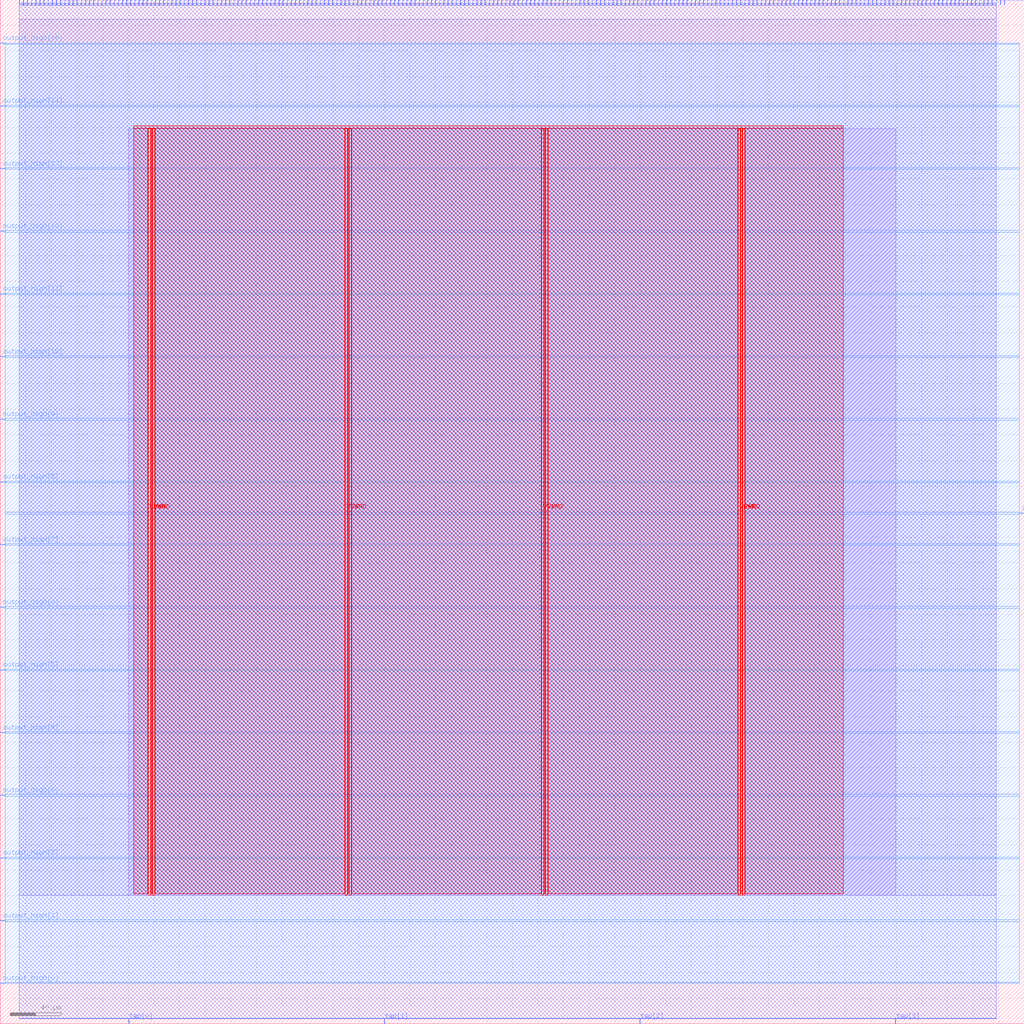
<source format=lef>
VERSION 5.7 ;
  NOWIREEXTENSIONATPIN ON ;
  DIVIDERCHAR "/" ;
  BUSBITCHARS "[]" ;
MACRO highpass
  CLASS BLOCK ;
  FOREIGN highpass ;
  ORIGIN 0.000 0.000 ;
  SIZE 800.000 BY 800.000 ;
  PIN VGND
    DIRECTION INOUT ;
    USE GROUND ;
    PORT
      LAYER met4 ;
        RECT 119.100 100.400 120.700 699.280 ;
    END
    PORT
      LAYER met4 ;
        RECT 272.700 100.400 274.300 699.280 ;
    END
    PORT
      LAYER met4 ;
        RECT 426.300 100.400 427.900 699.280 ;
    END
    PORT
      LAYER met4 ;
        RECT 579.900 100.400 581.500 699.280 ;
    END
  END VGND
  PIN VPWR
    DIRECTION INOUT ;
    USE POWER ;
    PORT
      LAYER met4 ;
        RECT 115.800 100.400 117.400 699.280 ;
    END
    PORT
      LAYER met4 ;
        RECT 269.400 100.400 271.000 699.280 ;
    END
    PORT
      LAYER met4 ;
        RECT 423.000 100.400 424.600 699.280 ;
    END
    PORT
      LAYER met4 ;
        RECT 576.600 100.400 578.200 699.280 ;
    END
  END VPWR
  PIN clk
    DIRECTION INPUT ;
    USE SIGNAL ;
    ANTENNAGATEAREA 0.852000 ;
    ANTENNADIFFAREA 0.434700 ;
    PORT
      LAYER met3 ;
        RECT 796.000 398.520 800.000 399.120 ;
    END
  END clk
  PIN input_data[0]
    DIRECTION INPUT ;
    USE SIGNAL ;
    ANTENNAGATEAREA 0.247500 ;
    ANTENNADIFFAREA 0.434700 ;
    PORT
      LAYER met2 ;
        RECT 14.810 796.000 15.090 800.000 ;
    END
  END input_data[0]
  PIN input_data[100]
    DIRECTION INPUT ;
    USE SIGNAL ;
    ANTENNAGATEAREA 0.213000 ;
    ANTENNADIFFAREA 0.434700 ;
    PORT
      LAYER met2 ;
        RECT 336.810 796.000 337.090 800.000 ;
    END
  END input_data[100]
  PIN input_data[101]
    DIRECTION INPUT ;
    USE SIGNAL ;
    ANTENNAGATEAREA 0.213000 ;
    ANTENNADIFFAREA 0.434700 ;
    PORT
      LAYER met2 ;
        RECT 340.030 796.000 340.310 800.000 ;
    END
  END input_data[101]
  PIN input_data[102]
    DIRECTION INPUT ;
    USE SIGNAL ;
    ANTENNAGATEAREA 0.196500 ;
    ANTENNADIFFAREA 0.434700 ;
    PORT
      LAYER met2 ;
        RECT 343.250 796.000 343.530 800.000 ;
    END
  END input_data[102]
  PIN input_data[103]
    DIRECTION INPUT ;
    USE SIGNAL ;
    ANTENNAGATEAREA 0.196500 ;
    ANTENNADIFFAREA 0.434700 ;
    PORT
      LAYER met2 ;
        RECT 346.470 796.000 346.750 800.000 ;
    END
  END input_data[103]
  PIN input_data[104]
    DIRECTION INPUT ;
    USE SIGNAL ;
    ANTENNAGATEAREA 0.196500 ;
    ANTENNADIFFAREA 0.434700 ;
    PORT
      LAYER met2 ;
        RECT 349.690 796.000 349.970 800.000 ;
    END
  END input_data[104]
  PIN input_data[105]
    DIRECTION INPUT ;
    USE SIGNAL ;
    ANTENNAGATEAREA 0.196500 ;
    ANTENNADIFFAREA 0.434700 ;
    PORT
      LAYER met2 ;
        RECT 352.910 796.000 353.190 800.000 ;
    END
  END input_data[105]
  PIN input_data[106]
    DIRECTION INPUT ;
    USE SIGNAL ;
    ANTENNAGATEAREA 0.196500 ;
    ANTENNADIFFAREA 0.434700 ;
    PORT
      LAYER met2 ;
        RECT 356.130 796.000 356.410 800.000 ;
    END
  END input_data[106]
  PIN input_data[107]
    DIRECTION INPUT ;
    USE SIGNAL ;
    ANTENNAGATEAREA 0.196500 ;
    ANTENNADIFFAREA 0.434700 ;
    PORT
      LAYER met2 ;
        RECT 359.350 796.000 359.630 800.000 ;
    END
  END input_data[107]
  PIN input_data[108]
    DIRECTION INPUT ;
    USE SIGNAL ;
    ANTENNAGATEAREA 0.213000 ;
    ANTENNADIFFAREA 0.434700 ;
    PORT
      LAYER met2 ;
        RECT 362.570 796.000 362.850 800.000 ;
    END
  END input_data[108]
  PIN input_data[109]
    DIRECTION INPUT ;
    USE SIGNAL ;
    ANTENNAGATEAREA 0.196500 ;
    ANTENNADIFFAREA 0.434700 ;
    PORT
      LAYER met2 ;
        RECT 365.790 796.000 366.070 800.000 ;
    END
  END input_data[109]
  PIN input_data[10]
    DIRECTION INPUT ;
    USE SIGNAL ;
    ANTENNAGATEAREA 0.426000 ;
    ANTENNADIFFAREA 0.434700 ;
    PORT
      LAYER met2 ;
        RECT 47.010 796.000 47.290 800.000 ;
    END
  END input_data[10]
  PIN input_data[110]
    DIRECTION INPUT ;
    USE SIGNAL ;
    ANTENNAGATEAREA 0.126000 ;
    ANTENNADIFFAREA 0.434700 ;
    PORT
      LAYER met2 ;
        RECT 369.010 796.000 369.290 800.000 ;
    END
  END input_data[110]
  PIN input_data[111]
    DIRECTION INPUT ;
    USE SIGNAL ;
    ANTENNAGATEAREA 0.196500 ;
    ANTENNADIFFAREA 0.434700 ;
    PORT
      LAYER met2 ;
        RECT 372.230 796.000 372.510 800.000 ;
    END
  END input_data[111]
  PIN input_data[112]
    DIRECTION INPUT ;
    USE SIGNAL ;
    ANTENNAGATEAREA 0.213000 ;
    ANTENNADIFFAREA 0.434700 ;
    PORT
      LAYER met2 ;
        RECT 375.450 796.000 375.730 800.000 ;
    END
  END input_data[112]
  PIN input_data[113]
    DIRECTION INPUT ;
    USE SIGNAL ;
    ANTENNAGATEAREA 0.213000 ;
    ANTENNADIFFAREA 0.434700 ;
    PORT
      LAYER met2 ;
        RECT 378.670 796.000 378.950 800.000 ;
    END
  END input_data[113]
  PIN input_data[114]
    DIRECTION INPUT ;
    USE SIGNAL ;
    ANTENNAGATEAREA 0.213000 ;
    ANTENNADIFFAREA 0.434700 ;
    PORT
      LAYER met2 ;
        RECT 381.890 796.000 382.170 800.000 ;
    END
  END input_data[114]
  PIN input_data[115]
    DIRECTION INPUT ;
    USE SIGNAL ;
    ANTENNAGATEAREA 0.213000 ;
    ANTENNADIFFAREA 0.434700 ;
    PORT
      LAYER met2 ;
        RECT 385.110 796.000 385.390 800.000 ;
    END
  END input_data[115]
  PIN input_data[116]
    DIRECTION INPUT ;
    USE SIGNAL ;
    ANTENNAGATEAREA 0.196500 ;
    ANTENNADIFFAREA 0.434700 ;
    PORT
      LAYER met2 ;
        RECT 388.330 796.000 388.610 800.000 ;
    END
  END input_data[116]
  PIN input_data[117]
    DIRECTION INPUT ;
    USE SIGNAL ;
    ANTENNAGATEAREA 0.196500 ;
    ANTENNADIFFAREA 0.434700 ;
    PORT
      LAYER met2 ;
        RECT 391.550 796.000 391.830 800.000 ;
    END
  END input_data[117]
  PIN input_data[118]
    DIRECTION INPUT ;
    USE SIGNAL ;
    ANTENNAGATEAREA 0.196500 ;
    ANTENNADIFFAREA 0.434700 ;
    PORT
      LAYER met2 ;
        RECT 394.770 796.000 395.050 800.000 ;
    END
  END input_data[118]
  PIN input_data[119]
    DIRECTION INPUT ;
    USE SIGNAL ;
    ANTENNAGATEAREA 0.196500 ;
    ANTENNADIFFAREA 0.434700 ;
    PORT
      LAYER met2 ;
        RECT 397.990 796.000 398.270 800.000 ;
    END
  END input_data[119]
  PIN input_data[11]
    DIRECTION INPUT ;
    USE SIGNAL ;
    ANTENNAGATEAREA 0.213000 ;
    ANTENNADIFFAREA 0.434700 ;
    PORT
      LAYER met2 ;
        RECT 50.230 796.000 50.510 800.000 ;
    END
  END input_data[11]
  PIN input_data[120]
    DIRECTION INPUT ;
    USE SIGNAL ;
    ANTENNAGATEAREA 0.213000 ;
    ANTENNADIFFAREA 0.434700 ;
    PORT
      LAYER met2 ;
        RECT 401.210 796.000 401.490 800.000 ;
    END
  END input_data[120]
  PIN input_data[121]
    DIRECTION INPUT ;
    USE SIGNAL ;
    ANTENNAGATEAREA 0.126000 ;
    ANTENNADIFFAREA 0.434700 ;
    PORT
      LAYER met2 ;
        RECT 404.430 796.000 404.710 800.000 ;
    END
  END input_data[121]
  PIN input_data[122]
    DIRECTION INPUT ;
    USE SIGNAL ;
    ANTENNAGATEAREA 0.159000 ;
    ANTENNADIFFAREA 0.434700 ;
    PORT
      LAYER met2 ;
        RECT 407.650 796.000 407.930 800.000 ;
    END
  END input_data[122]
  PIN input_data[123]
    DIRECTION INPUT ;
    USE SIGNAL ;
    ANTENNAGATEAREA 0.159000 ;
    ANTENNADIFFAREA 0.434700 ;
    PORT
      LAYER met2 ;
        RECT 410.870 796.000 411.150 800.000 ;
    END
  END input_data[123]
  PIN input_data[124]
    DIRECTION INPUT ;
    USE SIGNAL ;
    ANTENNAGATEAREA 0.213000 ;
    ANTENNADIFFAREA 0.434700 ;
    PORT
      LAYER met2 ;
        RECT 414.090 796.000 414.370 800.000 ;
    END
  END input_data[124]
  PIN input_data[125]
    DIRECTION INPUT ;
    USE SIGNAL ;
    ANTENNAGATEAREA 0.196500 ;
    ANTENNADIFFAREA 0.434700 ;
    PORT
      LAYER met2 ;
        RECT 417.310 796.000 417.590 800.000 ;
    END
  END input_data[125]
  PIN input_data[126]
    DIRECTION INPUT ;
    USE SIGNAL ;
    ANTENNAGATEAREA 0.196500 ;
    ANTENNADIFFAREA 0.434700 ;
    PORT
      LAYER met2 ;
        RECT 420.530 796.000 420.810 800.000 ;
    END
  END input_data[126]
  PIN input_data[127]
    DIRECTION INPUT ;
    USE SIGNAL ;
    PORT
      LAYER met2 ;
        RECT 423.750 796.000 424.030 800.000 ;
    END
  END input_data[127]
  PIN input_data[128]
    DIRECTION INPUT ;
    USE SIGNAL ;
    ANTENNAGATEAREA 0.213000 ;
    ANTENNADIFFAREA 0.434700 ;
    PORT
      LAYER met2 ;
        RECT 426.970 796.000 427.250 800.000 ;
    END
  END input_data[128]
  PIN input_data[129]
    DIRECTION INPUT ;
    USE SIGNAL ;
    ANTENNAGATEAREA 0.213000 ;
    ANTENNADIFFAREA 0.434700 ;
    PORT
      LAYER met2 ;
        RECT 430.190 796.000 430.470 800.000 ;
    END
  END input_data[129]
  PIN input_data[12]
    DIRECTION INPUT ;
    USE SIGNAL ;
    ANTENNAGATEAREA 0.742500 ;
    ANTENNADIFFAREA 0.434700 ;
    PORT
      LAYER met2 ;
        RECT 53.450 796.000 53.730 800.000 ;
    END
  END input_data[12]
  PIN input_data[130]
    DIRECTION INPUT ;
    USE SIGNAL ;
    ANTENNAGATEAREA 0.159000 ;
    ANTENNADIFFAREA 0.434700 ;
    PORT
      LAYER met2 ;
        RECT 433.410 796.000 433.690 800.000 ;
    END
  END input_data[130]
  PIN input_data[131]
    DIRECTION INPUT ;
    USE SIGNAL ;
    ANTENNAGATEAREA 0.159000 ;
    ANTENNADIFFAREA 0.434700 ;
    PORT
      LAYER met2 ;
        RECT 436.630 796.000 436.910 800.000 ;
    END
  END input_data[131]
  PIN input_data[132]
    DIRECTION INPUT ;
    USE SIGNAL ;
    ANTENNAGATEAREA 0.213000 ;
    ANTENNADIFFAREA 0.434700 ;
    PORT
      LAYER met2 ;
        RECT 439.850 796.000 440.130 800.000 ;
    END
  END input_data[132]
  PIN input_data[133]
    DIRECTION INPUT ;
    USE SIGNAL ;
    ANTENNAGATEAREA 0.213000 ;
    ANTENNADIFFAREA 0.434700 ;
    PORT
      LAYER met2 ;
        RECT 443.070 796.000 443.350 800.000 ;
    END
  END input_data[133]
  PIN input_data[134]
    DIRECTION INPUT ;
    USE SIGNAL ;
    ANTENNAGATEAREA 0.213000 ;
    ANTENNADIFFAREA 0.434700 ;
    PORT
      LAYER met2 ;
        RECT 446.290 796.000 446.570 800.000 ;
    END
  END input_data[134]
  PIN input_data[135]
    DIRECTION INPUT ;
    USE SIGNAL ;
    ANTENNAGATEAREA 0.159000 ;
    ANTENNADIFFAREA 0.434700 ;
    PORT
      LAYER met2 ;
        RECT 449.510 796.000 449.790 800.000 ;
    END
  END input_data[135]
  PIN input_data[136]
    DIRECTION INPUT ;
    USE SIGNAL ;
    ANTENNAGATEAREA 0.742500 ;
    ANTENNADIFFAREA 0.434700 ;
    PORT
      LAYER met2 ;
        RECT 452.730 796.000 453.010 800.000 ;
    END
  END input_data[136]
  PIN input_data[137]
    DIRECTION INPUT ;
    USE SIGNAL ;
    ANTENNAGATEAREA 0.495000 ;
    ANTENNADIFFAREA 0.434700 ;
    PORT
      LAYER met2 ;
        RECT 455.950 796.000 456.230 800.000 ;
    END
  END input_data[137]
  PIN input_data[138]
    DIRECTION INPUT ;
    USE SIGNAL ;
    ANTENNAGATEAREA 0.213000 ;
    ANTENNADIFFAREA 0.434700 ;
    PORT
      LAYER met2 ;
        RECT 459.170 796.000 459.450 800.000 ;
    END
  END input_data[138]
  PIN input_data[139]
    DIRECTION INPUT ;
    USE SIGNAL ;
    ANTENNAGATEAREA 0.247500 ;
    ANTENNADIFFAREA 0.434700 ;
    PORT
      LAYER met2 ;
        RECT 462.390 796.000 462.670 800.000 ;
    END
  END input_data[139]
  PIN input_data[13]
    DIRECTION INPUT ;
    USE SIGNAL ;
    ANTENNAGATEAREA 0.742500 ;
    ANTENNADIFFAREA 0.434700 ;
    PORT
      LAYER met2 ;
        RECT 56.670 796.000 56.950 800.000 ;
    END
  END input_data[13]
  PIN input_data[140]
    DIRECTION INPUT ;
    USE SIGNAL ;
    ANTENNAGATEAREA 0.247500 ;
    ANTENNADIFFAREA 0.434700 ;
    PORT
      LAYER met2 ;
        RECT 465.610 796.000 465.890 800.000 ;
    END
  END input_data[140]
  PIN input_data[141]
    DIRECTION INPUT ;
    USE SIGNAL ;
    ANTENNAGATEAREA 0.247500 ;
    ANTENNADIFFAREA 0.434700 ;
    PORT
      LAYER met2 ;
        RECT 468.830 796.000 469.110 800.000 ;
    END
  END input_data[141]
  PIN input_data[142]
    DIRECTION INPUT ;
    USE SIGNAL ;
    ANTENNAGATEAREA 0.213000 ;
    ANTENNADIFFAREA 0.434700 ;
    PORT
      LAYER met2 ;
        RECT 472.050 796.000 472.330 800.000 ;
    END
  END input_data[142]
  PIN input_data[143]
    DIRECTION INPUT ;
    USE SIGNAL ;
    ANTENNAGATEAREA 0.213000 ;
    ANTENNADIFFAREA 0.434700 ;
    PORT
      LAYER met2 ;
        RECT 475.270 796.000 475.550 800.000 ;
    END
  END input_data[143]
  PIN input_data[144]
    DIRECTION INPUT ;
    USE SIGNAL ;
    ANTENNAGATEAREA 0.213000 ;
    ANTENNADIFFAREA 0.434700 ;
    PORT
      LAYER met2 ;
        RECT 478.490 796.000 478.770 800.000 ;
    END
  END input_data[144]
  PIN input_data[145]
    DIRECTION INPUT ;
    USE SIGNAL ;
    ANTENNAGATEAREA 0.213000 ;
    ANTENNADIFFAREA 0.434700 ;
    PORT
      LAYER met2 ;
        RECT 481.710 796.000 481.990 800.000 ;
    END
  END input_data[145]
  PIN input_data[146]
    DIRECTION INPUT ;
    USE SIGNAL ;
    ANTENNAGATEAREA 0.213000 ;
    ANTENNADIFFAREA 0.434700 ;
    PORT
      LAYER met2 ;
        RECT 484.930 796.000 485.210 800.000 ;
    END
  END input_data[146]
  PIN input_data[147]
    DIRECTION INPUT ;
    USE SIGNAL ;
    ANTENNAGATEAREA 0.213000 ;
    ANTENNADIFFAREA 0.434700 ;
    PORT
      LAYER met2 ;
        RECT 488.150 796.000 488.430 800.000 ;
    END
  END input_data[147]
  PIN input_data[148]
    DIRECTION INPUT ;
    USE SIGNAL ;
    ANTENNAGATEAREA 0.213000 ;
    ANTENNADIFFAREA 0.434700 ;
    PORT
      LAYER met2 ;
        RECT 491.370 796.000 491.650 800.000 ;
    END
  END input_data[148]
  PIN input_data[149]
    DIRECTION INPUT ;
    USE SIGNAL ;
    ANTENNAGATEAREA 0.213000 ;
    ANTENNADIFFAREA 0.434700 ;
    PORT
      LAYER met2 ;
        RECT 494.590 796.000 494.870 800.000 ;
    END
  END input_data[149]
  PIN input_data[14]
    DIRECTION INPUT ;
    USE SIGNAL ;
    ANTENNAGATEAREA 0.213000 ;
    ANTENNADIFFAREA 0.434700 ;
    PORT
      LAYER met2 ;
        RECT 59.890 796.000 60.170 800.000 ;
    END
  END input_data[14]
  PIN input_data[150]
    DIRECTION INPUT ;
    USE SIGNAL ;
    ANTENNAGATEAREA 0.213000 ;
    ANTENNADIFFAREA 0.434700 ;
    PORT
      LAYER met2 ;
        RECT 497.810 796.000 498.090 800.000 ;
    END
  END input_data[150]
  PIN input_data[151]
    DIRECTION INPUT ;
    USE SIGNAL ;
    ANTENNAGATEAREA 0.213000 ;
    ANTENNADIFFAREA 0.434700 ;
    PORT
      LAYER met2 ;
        RECT 501.030 796.000 501.310 800.000 ;
    END
  END input_data[151]
  PIN input_data[152]
    DIRECTION INPUT ;
    USE SIGNAL ;
    ANTENNAGATEAREA 0.159000 ;
    ANTENNADIFFAREA 0.434700 ;
    PORT
      LAYER met2 ;
        RECT 504.250 796.000 504.530 800.000 ;
    END
  END input_data[152]
  PIN input_data[153]
    DIRECTION INPUT ;
    USE SIGNAL ;
    ANTENNAGATEAREA 0.159000 ;
    ANTENNADIFFAREA 0.434700 ;
    PORT
      LAYER met2 ;
        RECT 507.470 796.000 507.750 800.000 ;
    END
  END input_data[153]
  PIN input_data[154]
    DIRECTION INPUT ;
    USE SIGNAL ;
    ANTENNAGATEAREA 0.159000 ;
    ANTENNADIFFAREA 0.434700 ;
    PORT
      LAYER met2 ;
        RECT 510.690 796.000 510.970 800.000 ;
    END
  END input_data[154]
  PIN input_data[155]
    DIRECTION INPUT ;
    USE SIGNAL ;
    ANTENNAGATEAREA 0.126000 ;
    ANTENNADIFFAREA 0.434700 ;
    PORT
      LAYER met2 ;
        RECT 513.910 796.000 514.190 800.000 ;
    END
  END input_data[155]
  PIN input_data[156]
    DIRECTION INPUT ;
    USE SIGNAL ;
    ANTENNAGATEAREA 0.213000 ;
    ANTENNADIFFAREA 0.434700 ;
    PORT
      LAYER met2 ;
        RECT 517.130 796.000 517.410 800.000 ;
    END
  END input_data[156]
  PIN input_data[157]
    DIRECTION INPUT ;
    USE SIGNAL ;
    ANTENNAGATEAREA 0.159000 ;
    ANTENNADIFFAREA 0.434700 ;
    PORT
      LAYER met2 ;
        RECT 520.350 796.000 520.630 800.000 ;
    END
  END input_data[157]
  PIN input_data[158]
    DIRECTION INPUT ;
    USE SIGNAL ;
    ANTENNAGATEAREA 0.196500 ;
    ANTENNADIFFAREA 0.434700 ;
    PORT
      LAYER met2 ;
        RECT 523.570 796.000 523.850 800.000 ;
    END
  END input_data[158]
  PIN input_data[159]
    DIRECTION INPUT ;
    USE SIGNAL ;
    ANTENNAGATEAREA 0.196500 ;
    ANTENNADIFFAREA 0.434700 ;
    PORT
      LAYER met2 ;
        RECT 526.790 796.000 527.070 800.000 ;
    END
  END input_data[159]
  PIN input_data[15]
    DIRECTION INPUT ;
    USE SIGNAL ;
    ANTENNAGATEAREA 0.213000 ;
    ANTENNADIFFAREA 0.434700 ;
    PORT
      LAYER met2 ;
        RECT 63.110 796.000 63.390 800.000 ;
    END
  END input_data[15]
  PIN input_data[160]
    DIRECTION INPUT ;
    USE SIGNAL ;
    ANTENNAGATEAREA 0.426000 ;
    ANTENNADIFFAREA 0.434700 ;
    PORT
      LAYER met2 ;
        RECT 530.010 796.000 530.290 800.000 ;
    END
  END input_data[160]
  PIN input_data[161]
    DIRECTION INPUT ;
    USE SIGNAL ;
    ANTENNAGATEAREA 0.426000 ;
    ANTENNADIFFAREA 0.434700 ;
    PORT
      LAYER met2 ;
        RECT 533.230 796.000 533.510 800.000 ;
    END
  END input_data[161]
  PIN input_data[162]
    DIRECTION INPUT ;
    USE SIGNAL ;
    ANTENNAGATEAREA 0.426000 ;
    ANTENNADIFFAREA 0.434700 ;
    PORT
      LAYER met2 ;
        RECT 536.450 796.000 536.730 800.000 ;
    END
  END input_data[162]
  PIN input_data[163]
    DIRECTION INPUT ;
    USE SIGNAL ;
    ANTENNAGATEAREA 0.247500 ;
    ANTENNADIFFAREA 0.434700 ;
    PORT
      LAYER met2 ;
        RECT 539.670 796.000 539.950 800.000 ;
    END
  END input_data[163]
  PIN input_data[164]
    DIRECTION INPUT ;
    USE SIGNAL ;
    ANTENNAGATEAREA 0.213000 ;
    ANTENNADIFFAREA 0.434700 ;
    PORT
      LAYER met2 ;
        RECT 542.890 796.000 543.170 800.000 ;
    END
  END input_data[164]
  PIN input_data[165]
    DIRECTION INPUT ;
    USE SIGNAL ;
    ANTENNAGATEAREA 0.213000 ;
    ANTENNADIFFAREA 0.434700 ;
    PORT
      LAYER met2 ;
        RECT 546.110 796.000 546.390 800.000 ;
    END
  END input_data[165]
  PIN input_data[166]
    DIRECTION INPUT ;
    USE SIGNAL ;
    ANTENNAGATEAREA 0.213000 ;
    ANTENNADIFFAREA 0.434700 ;
    PORT
      LAYER met2 ;
        RECT 549.330 796.000 549.610 800.000 ;
    END
  END input_data[166]
  PIN input_data[167]
    DIRECTION INPUT ;
    USE SIGNAL ;
    ANTENNAGATEAREA 0.213000 ;
    ANTENNADIFFAREA 0.434700 ;
    PORT
      LAYER met2 ;
        RECT 552.550 796.000 552.830 800.000 ;
    END
  END input_data[167]
  PIN input_data[168]
    DIRECTION INPUT ;
    USE SIGNAL ;
    ANTENNAGATEAREA 0.213000 ;
    ANTENNADIFFAREA 0.434700 ;
    PORT
      LAYER met2 ;
        RECT 555.770 796.000 556.050 800.000 ;
    END
  END input_data[168]
  PIN input_data[169]
    DIRECTION INPUT ;
    USE SIGNAL ;
    ANTENNAGATEAREA 0.213000 ;
    ANTENNADIFFAREA 0.434700 ;
    PORT
      LAYER met2 ;
        RECT 558.990 796.000 559.270 800.000 ;
    END
  END input_data[169]
  PIN input_data[16]
    DIRECTION INPUT ;
    USE SIGNAL ;
    ANTENNAGATEAREA 0.213000 ;
    ANTENNADIFFAREA 0.434700 ;
    PORT
      LAYER met2 ;
        RECT 66.330 796.000 66.610 800.000 ;
    END
  END input_data[16]
  PIN input_data[170]
    DIRECTION INPUT ;
    USE SIGNAL ;
    ANTENNAGATEAREA 0.213000 ;
    ANTENNADIFFAREA 0.434700 ;
    PORT
      LAYER met2 ;
        RECT 562.210 796.000 562.490 800.000 ;
    END
  END input_data[170]
  PIN input_data[171]
    DIRECTION INPUT ;
    USE SIGNAL ;
    ANTENNAGATEAREA 0.213000 ;
    ANTENNADIFFAREA 0.434700 ;
    PORT
      LAYER met2 ;
        RECT 565.430 796.000 565.710 800.000 ;
    END
  END input_data[171]
  PIN input_data[172]
    DIRECTION INPUT ;
    USE SIGNAL ;
    ANTENNAGATEAREA 0.159000 ;
    ANTENNADIFFAREA 0.434700 ;
    PORT
      LAYER met2 ;
        RECT 568.650 796.000 568.930 800.000 ;
    END
  END input_data[172]
  PIN input_data[173]
    DIRECTION INPUT ;
    USE SIGNAL ;
    ANTENNAGATEAREA 0.247500 ;
    ANTENNADIFFAREA 0.434700 ;
    PORT
      LAYER met2 ;
        RECT 571.870 796.000 572.150 800.000 ;
    END
  END input_data[173]
  PIN input_data[174]
    DIRECTION INPUT ;
    USE SIGNAL ;
    ANTENNAGATEAREA 0.196500 ;
    ANTENNADIFFAREA 0.434700 ;
    PORT
      LAYER met2 ;
        RECT 575.090 796.000 575.370 800.000 ;
    END
  END input_data[174]
  PIN input_data[175]
    DIRECTION INPUT ;
    USE SIGNAL ;
    ANTENNAGATEAREA 0.196500 ;
    ANTENNADIFFAREA 0.434700 ;
    PORT
      LAYER met2 ;
        RECT 578.310 796.000 578.590 800.000 ;
    END
  END input_data[175]
  PIN input_data[176]
    DIRECTION INPUT ;
    USE SIGNAL ;
    ANTENNAGATEAREA 0.159000 ;
    ANTENNADIFFAREA 0.434700 ;
    PORT
      LAYER met2 ;
        RECT 581.530 796.000 581.810 800.000 ;
    END
  END input_data[176]
  PIN input_data[177]
    DIRECTION INPUT ;
    USE SIGNAL ;
    ANTENNAGATEAREA 0.247500 ;
    ANTENNADIFFAREA 0.434700 ;
    PORT
      LAYER met2 ;
        RECT 584.750 796.000 585.030 800.000 ;
    END
  END input_data[177]
  PIN input_data[178]
    DIRECTION INPUT ;
    USE SIGNAL ;
    ANTENNAGATEAREA 0.247500 ;
    ANTENNADIFFAREA 0.434700 ;
    PORT
      LAYER met2 ;
        RECT 587.970 796.000 588.250 800.000 ;
    END
  END input_data[178]
  PIN input_data[179]
    DIRECTION INPUT ;
    USE SIGNAL ;
    ANTENNAGATEAREA 0.247500 ;
    ANTENNADIFFAREA 0.434700 ;
    PORT
      LAYER met2 ;
        RECT 591.190 796.000 591.470 800.000 ;
    END
  END input_data[179]
  PIN input_data[17]
    DIRECTION INPUT ;
    USE SIGNAL ;
    ANTENNAGATEAREA 0.426000 ;
    ANTENNADIFFAREA 0.434700 ;
    PORT
      LAYER met2 ;
        RECT 69.550 796.000 69.830 800.000 ;
    END
  END input_data[17]
  PIN input_data[180]
    DIRECTION INPUT ;
    USE SIGNAL ;
    ANTENNAGATEAREA 0.213000 ;
    ANTENNADIFFAREA 0.434700 ;
    PORT
      LAYER met2 ;
        RECT 594.410 796.000 594.690 800.000 ;
    END
  END input_data[180]
  PIN input_data[181]
    DIRECTION INPUT ;
    USE SIGNAL ;
    ANTENNAGATEAREA 0.213000 ;
    ANTENNADIFFAREA 0.434700 ;
    PORT
      LAYER met2 ;
        RECT 597.630 796.000 597.910 800.000 ;
    END
  END input_data[181]
  PIN input_data[182]
    DIRECTION INPUT ;
    USE SIGNAL ;
    ANTENNAGATEAREA 0.159000 ;
    ANTENNADIFFAREA 0.434700 ;
    PORT
      LAYER met2 ;
        RECT 600.850 796.000 601.130 800.000 ;
    END
  END input_data[182]
  PIN input_data[183]
    DIRECTION INPUT ;
    USE SIGNAL ;
    ANTENNAGATEAREA 0.159000 ;
    ANTENNADIFFAREA 0.434700 ;
    PORT
      LAYER met2 ;
        RECT 604.070 796.000 604.350 800.000 ;
    END
  END input_data[183]
  PIN input_data[184]
    DIRECTION INPUT ;
    USE SIGNAL ;
    ANTENNAGATEAREA 0.159000 ;
    ANTENNADIFFAREA 0.434700 ;
    PORT
      LAYER met2 ;
        RECT 607.290 796.000 607.570 800.000 ;
    END
  END input_data[184]
  PIN input_data[185]
    DIRECTION INPUT ;
    USE SIGNAL ;
    ANTENNAGATEAREA 0.213000 ;
    ANTENNADIFFAREA 0.434700 ;
    PORT
      LAYER met2 ;
        RECT 610.510 796.000 610.790 800.000 ;
    END
  END input_data[185]
  PIN input_data[186]
    DIRECTION INPUT ;
    USE SIGNAL ;
    ANTENNAGATEAREA 0.247500 ;
    ANTENNADIFFAREA 0.434700 ;
    PORT
      LAYER met2 ;
        RECT 613.730 796.000 614.010 800.000 ;
    END
  END input_data[186]
  PIN input_data[187]
    DIRECTION INPUT ;
    USE SIGNAL ;
    ANTENNAGATEAREA 0.159000 ;
    ANTENNADIFFAREA 0.434700 ;
    PORT
      LAYER met2 ;
        RECT 616.950 796.000 617.230 800.000 ;
    END
  END input_data[187]
  PIN input_data[188]
    DIRECTION INPUT ;
    USE SIGNAL ;
    ANTENNAGATEAREA 0.213000 ;
    ANTENNADIFFAREA 0.434700 ;
    PORT
      LAYER met2 ;
        RECT 620.170 796.000 620.450 800.000 ;
    END
  END input_data[188]
  PIN input_data[189]
    DIRECTION INPUT ;
    USE SIGNAL ;
    ANTENNAGATEAREA 0.196500 ;
    ANTENNADIFFAREA 0.434700 ;
    PORT
      LAYER met2 ;
        RECT 623.390 796.000 623.670 800.000 ;
    END
  END input_data[189]
  PIN input_data[18]
    DIRECTION INPUT ;
    USE SIGNAL ;
    ANTENNAGATEAREA 0.247500 ;
    ANTENNADIFFAREA 0.434700 ;
    PORT
      LAYER met2 ;
        RECT 72.770 796.000 73.050 800.000 ;
    END
  END input_data[18]
  PIN input_data[190]
    DIRECTION INPUT ;
    USE SIGNAL ;
    ANTENNAGATEAREA 0.196500 ;
    ANTENNADIFFAREA 0.434700 ;
    PORT
      LAYER met2 ;
        RECT 626.610 796.000 626.890 800.000 ;
    END
  END input_data[190]
  PIN input_data[191]
    DIRECTION INPUT ;
    USE SIGNAL ;
    PORT
      LAYER met2 ;
        RECT 629.830 796.000 630.110 800.000 ;
    END
  END input_data[191]
  PIN input_data[192]
    DIRECTION INPUT ;
    USE SIGNAL ;
    ANTENNAGATEAREA 0.213000 ;
    ANTENNADIFFAREA 0.434700 ;
    PORT
      LAYER met2 ;
        RECT 633.050 796.000 633.330 800.000 ;
    END
  END input_data[192]
  PIN input_data[193]
    DIRECTION INPUT ;
    USE SIGNAL ;
    ANTENNAGATEAREA 0.159000 ;
    ANTENNADIFFAREA 0.434700 ;
    PORT
      LAYER met2 ;
        RECT 636.270 796.000 636.550 800.000 ;
    END
  END input_data[193]
  PIN input_data[194]
    DIRECTION INPUT ;
    USE SIGNAL ;
    ANTENNAGATEAREA 0.213000 ;
    ANTENNADIFFAREA 0.434700 ;
    PORT
      LAYER met2 ;
        RECT 639.490 796.000 639.770 800.000 ;
    END
  END input_data[194]
  PIN input_data[195]
    DIRECTION INPUT ;
    USE SIGNAL ;
    ANTENNAGATEAREA 0.213000 ;
    ANTENNADIFFAREA 0.434700 ;
    PORT
      LAYER met2 ;
        RECT 642.710 796.000 642.990 800.000 ;
    END
  END input_data[195]
  PIN input_data[196]
    DIRECTION INPUT ;
    USE SIGNAL ;
    ANTENNAGATEAREA 0.213000 ;
    ANTENNADIFFAREA 0.434700 ;
    PORT
      LAYER met2 ;
        RECT 645.930 796.000 646.210 800.000 ;
    END
  END input_data[196]
  PIN input_data[197]
    DIRECTION INPUT ;
    USE SIGNAL ;
    ANTENNAGATEAREA 0.213000 ;
    ANTENNADIFFAREA 0.434700 ;
    PORT
      LAYER met2 ;
        RECT 649.150 796.000 649.430 800.000 ;
    END
  END input_data[197]
  PIN input_data[198]
    DIRECTION INPUT ;
    USE SIGNAL ;
    ANTENNAGATEAREA 0.213000 ;
    ANTENNADIFFAREA 0.434700 ;
    PORT
      LAYER met2 ;
        RECT 652.370 796.000 652.650 800.000 ;
    END
  END input_data[198]
  PIN input_data[199]
    DIRECTION INPUT ;
    USE SIGNAL ;
    ANTENNAGATEAREA 0.213000 ;
    ANTENNADIFFAREA 0.434700 ;
    PORT
      LAYER met2 ;
        RECT 655.590 796.000 655.870 800.000 ;
    END
  END input_data[199]
  PIN input_data[19]
    DIRECTION INPUT ;
    USE SIGNAL ;
    ANTENNAGATEAREA 0.426000 ;
    ANTENNADIFFAREA 0.434700 ;
    PORT
      LAYER met2 ;
        RECT 75.990 796.000 76.270 800.000 ;
    END
  END input_data[19]
  PIN input_data[1]
    DIRECTION INPUT ;
    USE SIGNAL ;
    ANTENNAGATEAREA 0.159000 ;
    ANTENNADIFFAREA 0.434700 ;
    PORT
      LAYER met2 ;
        RECT 18.030 796.000 18.310 800.000 ;
    END
  END input_data[1]
  PIN input_data[200]
    DIRECTION INPUT ;
    USE SIGNAL ;
    ANTENNAGATEAREA 0.213000 ;
    ANTENNADIFFAREA 0.434700 ;
    PORT
      LAYER met2 ;
        RECT 658.810 796.000 659.090 800.000 ;
    END
  END input_data[200]
  PIN input_data[201]
    DIRECTION INPUT ;
    USE SIGNAL ;
    ANTENNAGATEAREA 0.213000 ;
    ANTENNADIFFAREA 0.434700 ;
    PORT
      LAYER met2 ;
        RECT 662.030 796.000 662.310 800.000 ;
    END
  END input_data[201]
  PIN input_data[202]
    DIRECTION INPUT ;
    USE SIGNAL ;
    ANTENNAGATEAREA 0.213000 ;
    ANTENNADIFFAREA 0.434700 ;
    PORT
      LAYER met2 ;
        RECT 665.250 796.000 665.530 800.000 ;
    END
  END input_data[202]
  PIN input_data[203]
    DIRECTION INPUT ;
    USE SIGNAL ;
    ANTENNAGATEAREA 0.126000 ;
    ANTENNADIFFAREA 0.434700 ;
    PORT
      LAYER met2 ;
        RECT 668.470 796.000 668.750 800.000 ;
    END
  END input_data[203]
  PIN input_data[204]
    DIRECTION INPUT ;
    USE SIGNAL ;
    ANTENNAGATEAREA 0.196500 ;
    ANTENNADIFFAREA 0.434700 ;
    PORT
      LAYER met2 ;
        RECT 671.690 796.000 671.970 800.000 ;
    END
  END input_data[204]
  PIN input_data[205]
    DIRECTION INPUT ;
    USE SIGNAL ;
    ANTENNAGATEAREA 0.196500 ;
    ANTENNADIFFAREA 0.434700 ;
    PORT
      LAYER met2 ;
        RECT 674.910 796.000 675.190 800.000 ;
    END
  END input_data[205]
  PIN input_data[206]
    DIRECTION INPUT ;
    USE SIGNAL ;
    ANTENNAGATEAREA 0.196500 ;
    ANTENNADIFFAREA 0.434700 ;
    PORT
      LAYER met2 ;
        RECT 678.130 796.000 678.410 800.000 ;
    END
  END input_data[206]
  PIN input_data[207]
    DIRECTION INPUT ;
    USE SIGNAL ;
    PORT
      LAYER met2 ;
        RECT 681.350 796.000 681.630 800.000 ;
    END
  END input_data[207]
  PIN input_data[208]
    DIRECTION INPUT ;
    USE SIGNAL ;
    PORT
      LAYER met2 ;
        RECT 684.570 796.000 684.850 800.000 ;
    END
  END input_data[208]
  PIN input_data[209]
    DIRECTION INPUT ;
    USE SIGNAL ;
    PORT
      LAYER met2 ;
        RECT 687.790 796.000 688.070 800.000 ;
    END
  END input_data[209]
  PIN input_data[20]
    DIRECTION INPUT ;
    USE SIGNAL ;
    ANTENNAGATEAREA 0.426000 ;
    ANTENNADIFFAREA 0.434700 ;
    PORT
      LAYER met2 ;
        RECT 79.210 796.000 79.490 800.000 ;
    END
  END input_data[20]
  PIN input_data[210]
    DIRECTION INPUT ;
    USE SIGNAL ;
    PORT
      LAYER met2 ;
        RECT 691.010 796.000 691.290 800.000 ;
    END
  END input_data[210]
  PIN input_data[211]
    DIRECTION INPUT ;
    USE SIGNAL ;
    PORT
      LAYER met2 ;
        RECT 694.230 796.000 694.510 800.000 ;
    END
  END input_data[211]
  PIN input_data[212]
    DIRECTION INPUT ;
    USE SIGNAL ;
    PORT
      LAYER met2 ;
        RECT 697.450 796.000 697.730 800.000 ;
    END
  END input_data[212]
  PIN input_data[213]
    DIRECTION INPUT ;
    USE SIGNAL ;
    PORT
      LAYER met2 ;
        RECT 700.670 796.000 700.950 800.000 ;
    END
  END input_data[213]
  PIN input_data[214]
    DIRECTION INPUT ;
    USE SIGNAL ;
    PORT
      LAYER met2 ;
        RECT 703.890 796.000 704.170 800.000 ;
    END
  END input_data[214]
  PIN input_data[215]
    DIRECTION INPUT ;
    USE SIGNAL ;
    PORT
      LAYER met2 ;
        RECT 707.110 796.000 707.390 800.000 ;
    END
  END input_data[215]
  PIN input_data[216]
    DIRECTION INPUT ;
    USE SIGNAL ;
    PORT
      LAYER met2 ;
        RECT 710.330 796.000 710.610 800.000 ;
    END
  END input_data[216]
  PIN input_data[217]
    DIRECTION INPUT ;
    USE SIGNAL ;
    PORT
      LAYER met2 ;
        RECT 713.550 796.000 713.830 800.000 ;
    END
  END input_data[217]
  PIN input_data[218]
    DIRECTION INPUT ;
    USE SIGNAL ;
    PORT
      LAYER met2 ;
        RECT 716.770 796.000 717.050 800.000 ;
    END
  END input_data[218]
  PIN input_data[219]
    DIRECTION INPUT ;
    USE SIGNAL ;
    PORT
      LAYER met2 ;
        RECT 719.990 796.000 720.270 800.000 ;
    END
  END input_data[219]
  PIN input_data[21]
    DIRECTION INPUT ;
    USE SIGNAL ;
    ANTENNAGATEAREA 0.196500 ;
    ANTENNADIFFAREA 0.434700 ;
    PORT
      LAYER met2 ;
        RECT 82.430 796.000 82.710 800.000 ;
    END
  END input_data[21]
  PIN input_data[220]
    DIRECTION INPUT ;
    USE SIGNAL ;
    PORT
      LAYER met2 ;
        RECT 723.210 796.000 723.490 800.000 ;
    END
  END input_data[220]
  PIN input_data[221]
    DIRECTION INPUT ;
    USE SIGNAL ;
    PORT
      LAYER met2 ;
        RECT 726.430 796.000 726.710 800.000 ;
    END
  END input_data[221]
  PIN input_data[222]
    DIRECTION INPUT ;
    USE SIGNAL ;
    PORT
      LAYER met2 ;
        RECT 729.650 796.000 729.930 800.000 ;
    END
  END input_data[222]
  PIN input_data[223]
    DIRECTION INPUT ;
    USE SIGNAL ;
    PORT
      LAYER met2 ;
        RECT 732.870 796.000 733.150 800.000 ;
    END
  END input_data[223]
  PIN input_data[224]
    DIRECTION INPUT ;
    USE SIGNAL ;
    ANTENNAGATEAREA 0.247500 ;
    ANTENNADIFFAREA 0.434700 ;
    PORT
      LAYER met2 ;
        RECT 736.090 796.000 736.370 800.000 ;
    END
  END input_data[224]
  PIN input_data[225]
    DIRECTION INPUT ;
    USE SIGNAL ;
    ANTENNAGATEAREA 0.247500 ;
    ANTENNADIFFAREA 0.434700 ;
    PORT
      LAYER met2 ;
        RECT 739.310 796.000 739.590 800.000 ;
    END
  END input_data[225]
  PIN input_data[226]
    DIRECTION INPUT ;
    USE SIGNAL ;
    ANTENNAGATEAREA 0.247500 ;
    ANTENNADIFFAREA 0.434700 ;
    PORT
      LAYER met2 ;
        RECT 742.530 796.000 742.810 800.000 ;
    END
  END input_data[226]
  PIN input_data[227]
    DIRECTION INPUT ;
    USE SIGNAL ;
    ANTENNAGATEAREA 0.247500 ;
    ANTENNADIFFAREA 0.434700 ;
    PORT
      LAYER met2 ;
        RECT 745.750 796.000 746.030 800.000 ;
    END
  END input_data[227]
  PIN input_data[228]
    DIRECTION INPUT ;
    USE SIGNAL ;
    ANTENNAGATEAREA 0.159000 ;
    ANTENNADIFFAREA 0.869400 ;
    PORT
      LAYER met2 ;
        RECT 748.970 796.000 749.250 800.000 ;
    END
  END input_data[228]
  PIN input_data[229]
    DIRECTION INPUT ;
    USE SIGNAL ;
    ANTENNAGATEAREA 0.213000 ;
    ANTENNADIFFAREA 0.434700 ;
    PORT
      LAYER met2 ;
        RECT 752.190 796.000 752.470 800.000 ;
    END
  END input_data[229]
  PIN input_data[22]
    DIRECTION INPUT ;
    USE SIGNAL ;
    ANTENNAGATEAREA 0.426000 ;
    ANTENNADIFFAREA 0.434700 ;
    PORT
      LAYER met2 ;
        RECT 85.650 796.000 85.930 800.000 ;
    END
  END input_data[22]
  PIN input_data[230]
    DIRECTION INPUT ;
    USE SIGNAL ;
    ANTENNAGATEAREA 0.213000 ;
    ANTENNADIFFAREA 0.434700 ;
    PORT
      LAYER met2 ;
        RECT 755.410 796.000 755.690 800.000 ;
    END
  END input_data[230]
  PIN input_data[231]
    DIRECTION INPUT ;
    USE SIGNAL ;
    ANTENNAGATEAREA 0.213000 ;
    ANTENNADIFFAREA 0.434700 ;
    PORT
      LAYER met2 ;
        RECT 758.630 796.000 758.910 800.000 ;
    END
  END input_data[231]
  PIN input_data[232]
    DIRECTION INPUT ;
    USE SIGNAL ;
    ANTENNAGATEAREA 0.213000 ;
    ANTENNADIFFAREA 0.434700 ;
    PORT
      LAYER met2 ;
        RECT 761.850 796.000 762.130 800.000 ;
    END
  END input_data[232]
  PIN input_data[233]
    DIRECTION INPUT ;
    USE SIGNAL ;
    ANTENNAGATEAREA 0.126000 ;
    ANTENNADIFFAREA 0.434700 ;
    PORT
      LAYER met2 ;
        RECT 765.070 796.000 765.350 800.000 ;
    END
  END input_data[233]
  PIN input_data[234]
    DIRECTION INPUT ;
    USE SIGNAL ;
    ANTENNAGATEAREA 0.126000 ;
    ANTENNADIFFAREA 0.869400 ;
    PORT
      LAYER met2 ;
        RECT 768.290 796.000 768.570 800.000 ;
    END
  END input_data[234]
  PIN input_data[235]
    DIRECTION INPUT ;
    USE SIGNAL ;
    ANTENNAGATEAREA 0.196500 ;
    ANTENNADIFFAREA 0.869400 ;
    PORT
      LAYER met2 ;
        RECT 771.510 796.000 771.790 800.000 ;
    END
  END input_data[235]
  PIN input_data[236]
    DIRECTION INPUT ;
    USE SIGNAL ;
    ANTENNAGATEAREA 0.196500 ;
    ANTENNADIFFAREA 0.434700 ;
    PORT
      LAYER met2 ;
        RECT 774.730 796.000 775.010 800.000 ;
    END
  END input_data[236]
  PIN input_data[237]
    DIRECTION INPUT ;
    USE SIGNAL ;
    ANTENNAGATEAREA 0.196500 ;
    ANTENNADIFFAREA 0.434700 ;
    PORT
      LAYER met2 ;
        RECT 777.950 796.000 778.230 800.000 ;
    END
  END input_data[237]
  PIN input_data[238]
    DIRECTION INPUT ;
    USE SIGNAL ;
    PORT
      LAYER met2 ;
        RECT 781.170 796.000 781.450 800.000 ;
    END
  END input_data[238]
  PIN input_data[239]
    DIRECTION INPUT ;
    USE SIGNAL ;
    PORT
      LAYER met2 ;
        RECT 784.390 796.000 784.670 800.000 ;
    END
  END input_data[239]
  PIN input_data[23]
    DIRECTION INPUT ;
    USE SIGNAL ;
    ANTENNAGATEAREA 0.426000 ;
    ANTENNADIFFAREA 0.434700 ;
    PORT
      LAYER met2 ;
        RECT 88.870 796.000 89.150 800.000 ;
    END
  END input_data[23]
  PIN input_data[24]
    DIRECTION INPUT ;
    USE SIGNAL ;
    ANTENNAGATEAREA 0.159000 ;
    ANTENNADIFFAREA 0.434700 ;
    PORT
      LAYER met2 ;
        RECT 92.090 796.000 92.370 800.000 ;
    END
  END input_data[24]
  PIN input_data[25]
    DIRECTION INPUT ;
    USE SIGNAL ;
    ANTENNAGATEAREA 0.159000 ;
    ANTENNADIFFAREA 0.434700 ;
    PORT
      LAYER met2 ;
        RECT 95.310 796.000 95.590 800.000 ;
    END
  END input_data[25]
  PIN input_data[26]
    DIRECTION INPUT ;
    USE SIGNAL ;
    ANTENNAGATEAREA 0.247500 ;
    ANTENNADIFFAREA 0.434700 ;
    PORT
      LAYER met2 ;
        RECT 98.530 796.000 98.810 800.000 ;
    END
  END input_data[26]
  PIN input_data[27]
    DIRECTION INPUT ;
    USE SIGNAL ;
    ANTENNAGATEAREA 0.196500 ;
    ANTENNADIFFAREA 0.434700 ;
    PORT
      LAYER met2 ;
        RECT 101.750 796.000 102.030 800.000 ;
    END
  END input_data[27]
  PIN input_data[28]
    DIRECTION INPUT ;
    USE SIGNAL ;
    ANTENNAGATEAREA 0.196500 ;
    ANTENNADIFFAREA 0.434700 ;
    PORT
      LAYER met2 ;
        RECT 104.970 796.000 105.250 800.000 ;
    END
  END input_data[28]
  PIN input_data[29]
    DIRECTION INPUT ;
    USE SIGNAL ;
    ANTENNAGATEAREA 0.426000 ;
    ANTENNADIFFAREA 0.434700 ;
    PORT
      LAYER met2 ;
        RECT 108.190 796.000 108.470 800.000 ;
    END
  END input_data[29]
  PIN input_data[2]
    DIRECTION INPUT ;
    USE SIGNAL ;
    ANTENNAGATEAREA 0.213000 ;
    ANTENNADIFFAREA 0.434700 ;
    PORT
      LAYER met2 ;
        RECT 21.250 796.000 21.530 800.000 ;
    END
  END input_data[2]
  PIN input_data[30]
    DIRECTION INPUT ;
    USE SIGNAL ;
    ANTENNAGATEAREA 0.247500 ;
    ANTENNADIFFAREA 0.434700 ;
    PORT
      LAYER met2 ;
        RECT 111.410 796.000 111.690 800.000 ;
    END
  END input_data[30]
  PIN input_data[31]
    DIRECTION INPUT ;
    USE SIGNAL ;
    ANTENNAGATEAREA 0.196500 ;
    ANTENNADIFFAREA 0.434700 ;
    PORT
      LAYER met2 ;
        RECT 114.630 796.000 114.910 800.000 ;
    END
  END input_data[31]
  PIN input_data[32]
    DIRECTION INPUT ;
    USE SIGNAL ;
    ANTENNAGATEAREA 0.213000 ;
    ANTENNADIFFAREA 0.434700 ;
    PORT
      LAYER met2 ;
        RECT 117.850 796.000 118.130 800.000 ;
    END
  END input_data[32]
  PIN input_data[33]
    DIRECTION INPUT ;
    USE SIGNAL ;
    ANTENNAGATEAREA 0.159000 ;
    ANTENNADIFFAREA 0.434700 ;
    PORT
      LAYER met2 ;
        RECT 121.070 796.000 121.350 800.000 ;
    END
  END input_data[33]
  PIN input_data[34]
    DIRECTION INPUT ;
    USE SIGNAL ;
    ANTENNAGATEAREA 0.213000 ;
    ANTENNADIFFAREA 0.434700 ;
    PORT
      LAYER met2 ;
        RECT 124.290 796.000 124.570 800.000 ;
    END
  END input_data[34]
  PIN input_data[35]
    DIRECTION INPUT ;
    USE SIGNAL ;
    ANTENNAGATEAREA 0.213000 ;
    ANTENNADIFFAREA 0.434700 ;
    PORT
      LAYER met2 ;
        RECT 127.510 796.000 127.790 800.000 ;
    END
  END input_data[35]
  PIN input_data[36]
    DIRECTION INPUT ;
    USE SIGNAL ;
    ANTENNAGATEAREA 0.159000 ;
    ANTENNADIFFAREA 0.434700 ;
    PORT
      LAYER met2 ;
        RECT 130.730 796.000 131.010 800.000 ;
    END
  END input_data[36]
  PIN input_data[37]
    DIRECTION INPUT ;
    USE SIGNAL ;
    ANTENNAGATEAREA 0.247500 ;
    ANTENNADIFFAREA 0.434700 ;
    PORT
      LAYER met2 ;
        RECT 133.950 796.000 134.230 800.000 ;
    END
  END input_data[37]
  PIN input_data[38]
    DIRECTION INPUT ;
    USE SIGNAL ;
    ANTENNAGATEAREA 0.159000 ;
    ANTENNADIFFAREA 0.434700 ;
    PORT
      LAYER met2 ;
        RECT 137.170 796.000 137.450 800.000 ;
    END
  END input_data[38]
  PIN input_data[39]
    DIRECTION INPUT ;
    USE SIGNAL ;
    ANTENNAGATEAREA 0.213000 ;
    ANTENNADIFFAREA 0.434700 ;
    PORT
      LAYER met2 ;
        RECT 140.390 796.000 140.670 800.000 ;
    END
  END input_data[39]
  PIN input_data[3]
    DIRECTION INPUT ;
    USE SIGNAL ;
    ANTENNAGATEAREA 0.213000 ;
    ANTENNADIFFAREA 0.434700 ;
    PORT
      LAYER met2 ;
        RECT 24.470 796.000 24.750 800.000 ;
    END
  END input_data[3]
  PIN input_data[40]
    DIRECTION INPUT ;
    USE SIGNAL ;
    ANTENNAGATEAREA 0.213000 ;
    ANTENNADIFFAREA 0.434700 ;
    PORT
      LAYER met2 ;
        RECT 143.610 796.000 143.890 800.000 ;
    END
  END input_data[40]
  PIN input_data[41]
    DIRECTION INPUT ;
    USE SIGNAL ;
    ANTENNAGATEAREA 0.213000 ;
    ANTENNADIFFAREA 0.434700 ;
    PORT
      LAYER met2 ;
        RECT 146.830 796.000 147.110 800.000 ;
    END
  END input_data[41]
  PIN input_data[42]
    DIRECTION INPUT ;
    USE SIGNAL ;
    ANTENNAGATEAREA 0.213000 ;
    ANTENNADIFFAREA 0.434700 ;
    PORT
      LAYER met2 ;
        RECT 150.050 796.000 150.330 800.000 ;
    END
  END input_data[42]
  PIN input_data[43]
    DIRECTION INPUT ;
    USE SIGNAL ;
    ANTENNAGATEAREA 0.213000 ;
    ANTENNADIFFAREA 0.434700 ;
    PORT
      LAYER met2 ;
        RECT 153.270 796.000 153.550 800.000 ;
    END
  END input_data[43]
  PIN input_data[44]
    DIRECTION INPUT ;
    USE SIGNAL ;
    ANTENNAGATEAREA 0.247500 ;
    ANTENNADIFFAREA 0.434700 ;
    PORT
      LAYER met2 ;
        RECT 156.490 796.000 156.770 800.000 ;
    END
  END input_data[44]
  PIN input_data[45]
    DIRECTION INPUT ;
    USE SIGNAL ;
    ANTENNAGATEAREA 0.213000 ;
    ANTENNADIFFAREA 0.434700 ;
    PORT
      LAYER met2 ;
        RECT 159.710 796.000 159.990 800.000 ;
    END
  END input_data[45]
  PIN input_data[46]
    DIRECTION INPUT ;
    USE SIGNAL ;
    ANTENNAGATEAREA 0.213000 ;
    ANTENNADIFFAREA 0.434700 ;
    PORT
      LAYER met2 ;
        RECT 162.930 796.000 163.210 800.000 ;
    END
  END input_data[46]
  PIN input_data[47]
    DIRECTION INPUT ;
    USE SIGNAL ;
    ANTENNAGATEAREA 0.126000 ;
    ANTENNADIFFAREA 0.434700 ;
    PORT
      LAYER met2 ;
        RECT 166.150 796.000 166.430 800.000 ;
    END
  END input_data[47]
  PIN input_data[48]
    DIRECTION INPUT ;
    USE SIGNAL ;
    ANTENNAGATEAREA 0.213000 ;
    ANTENNADIFFAREA 0.434700 ;
    PORT
      LAYER met2 ;
        RECT 169.370 796.000 169.650 800.000 ;
    END
  END input_data[48]
  PIN input_data[49]
    DIRECTION INPUT ;
    USE SIGNAL ;
    ANTENNAGATEAREA 0.213000 ;
    ANTENNADIFFAREA 0.434700 ;
    PORT
      LAYER met2 ;
        RECT 172.590 796.000 172.870 800.000 ;
    END
  END input_data[49]
  PIN input_data[4]
    DIRECTION INPUT ;
    USE SIGNAL ;
    ANTENNAGATEAREA 0.159000 ;
    ANTENNADIFFAREA 0.434700 ;
    PORT
      LAYER met2 ;
        RECT 27.690 796.000 27.970 800.000 ;
    END
  END input_data[4]
  PIN input_data[50]
    DIRECTION INPUT ;
    USE SIGNAL ;
    ANTENNAGATEAREA 0.126000 ;
    ANTENNADIFFAREA 0.434700 ;
    PORT
      LAYER met2 ;
        RECT 175.810 796.000 176.090 800.000 ;
    END
  END input_data[50]
  PIN input_data[51]
    DIRECTION INPUT ;
    USE SIGNAL ;
    ANTENNAGATEAREA 0.126000 ;
    ANTENNADIFFAREA 0.434700 ;
    PORT
      LAYER met2 ;
        RECT 179.030 796.000 179.310 800.000 ;
    END
  END input_data[51]
  PIN input_data[52]
    DIRECTION INPUT ;
    USE SIGNAL ;
    ANTENNAGATEAREA 0.126000 ;
    ANTENNADIFFAREA 0.434700 ;
    PORT
      LAYER met2 ;
        RECT 182.250 796.000 182.530 800.000 ;
    END
  END input_data[52]
  PIN input_data[53]
    DIRECTION INPUT ;
    USE SIGNAL ;
    ANTENNAGATEAREA 0.213000 ;
    ANTENNADIFFAREA 0.434700 ;
    PORT
      LAYER met2 ;
        RECT 185.470 796.000 185.750 800.000 ;
    END
  END input_data[53]
  PIN input_data[54]
    DIRECTION INPUT ;
    USE SIGNAL ;
    ANTENNAGATEAREA 0.213000 ;
    ANTENNADIFFAREA 0.434700 ;
    PORT
      LAYER met2 ;
        RECT 188.690 796.000 188.970 800.000 ;
    END
  END input_data[54]
  PIN input_data[55]
    DIRECTION INPUT ;
    USE SIGNAL ;
    ANTENNAGATEAREA 0.196500 ;
    ANTENNADIFFAREA 0.434700 ;
    PORT
      LAYER met2 ;
        RECT 191.910 796.000 192.190 800.000 ;
    END
  END input_data[55]
  PIN input_data[56]
    DIRECTION INPUT ;
    USE SIGNAL ;
    ANTENNAGATEAREA 0.213000 ;
    ANTENNADIFFAREA 0.434700 ;
    PORT
      LAYER met2 ;
        RECT 195.130 796.000 195.410 800.000 ;
    END
  END input_data[56]
  PIN input_data[57]
    DIRECTION INPUT ;
    USE SIGNAL ;
    ANTENNAGATEAREA 0.213000 ;
    ANTENNADIFFAREA 0.434700 ;
    PORT
      LAYER met2 ;
        RECT 198.350 796.000 198.630 800.000 ;
    END
  END input_data[57]
  PIN input_data[58]
    DIRECTION INPUT ;
    USE SIGNAL ;
    ANTENNAGATEAREA 0.159000 ;
    ANTENNADIFFAREA 0.434700 ;
    PORT
      LAYER met2 ;
        RECT 201.570 796.000 201.850 800.000 ;
    END
  END input_data[58]
  PIN input_data[59]
    DIRECTION INPUT ;
    USE SIGNAL ;
    ANTENNAGATEAREA 0.247500 ;
    ANTENNADIFFAREA 0.434700 ;
    PORT
      LAYER met2 ;
        RECT 204.790 796.000 205.070 800.000 ;
    END
  END input_data[59]
  PIN input_data[5]
    DIRECTION INPUT ;
    USE SIGNAL ;
    ANTENNAGATEAREA 0.159000 ;
    ANTENNADIFFAREA 0.434700 ;
    PORT
      LAYER met2 ;
        RECT 30.910 796.000 31.190 800.000 ;
    END
  END input_data[5]
  PIN input_data[60]
    DIRECTION INPUT ;
    USE SIGNAL ;
    ANTENNAGATEAREA 0.159000 ;
    ANTENNADIFFAREA 0.434700 ;
    PORT
      LAYER met2 ;
        RECT 208.010 796.000 208.290 800.000 ;
    END
  END input_data[60]
  PIN input_data[61]
    DIRECTION INPUT ;
    USE SIGNAL ;
    ANTENNAGATEAREA 0.213000 ;
    ANTENNADIFFAREA 0.434700 ;
    PORT
      LAYER met2 ;
        RECT 211.230 796.000 211.510 800.000 ;
    END
  END input_data[61]
  PIN input_data[62]
    DIRECTION INPUT ;
    USE SIGNAL ;
    ANTENNAGATEAREA 0.159000 ;
    ANTENNADIFFAREA 0.434700 ;
    PORT
      LAYER met2 ;
        RECT 214.450 796.000 214.730 800.000 ;
    END
  END input_data[62]
  PIN input_data[63]
    DIRECTION INPUT ;
    USE SIGNAL ;
    PORT
      LAYER met2 ;
        RECT 217.670 796.000 217.950 800.000 ;
    END
  END input_data[63]
  PIN input_data[64]
    DIRECTION INPUT ;
    USE SIGNAL ;
    ANTENNAGATEAREA 0.196500 ;
    ANTENNADIFFAREA 0.434700 ;
    PORT
      LAYER met2 ;
        RECT 220.890 796.000 221.170 800.000 ;
    END
  END input_data[64]
  PIN input_data[65]
    DIRECTION INPUT ;
    USE SIGNAL ;
    ANTENNAGATEAREA 0.247500 ;
    ANTENNADIFFAREA 0.434700 ;
    PORT
      LAYER met2 ;
        RECT 224.110 796.000 224.390 800.000 ;
    END
  END input_data[65]
  PIN input_data[66]
    DIRECTION INPUT ;
    USE SIGNAL ;
    ANTENNAGATEAREA 0.196500 ;
    ANTENNADIFFAREA 0.434700 ;
    PORT
      LAYER met2 ;
        RECT 227.330 796.000 227.610 800.000 ;
    END
  END input_data[66]
  PIN input_data[67]
    DIRECTION INPUT ;
    USE SIGNAL ;
    ANTENNAGATEAREA 0.196500 ;
    ANTENNADIFFAREA 0.434700 ;
    PORT
      LAYER met2 ;
        RECT 230.550 796.000 230.830 800.000 ;
    END
  END input_data[67]
  PIN input_data[68]
    DIRECTION INPUT ;
    USE SIGNAL ;
    ANTENNAGATEAREA 0.213000 ;
    ANTENNADIFFAREA 0.434700 ;
    PORT
      LAYER met2 ;
        RECT 233.770 796.000 234.050 800.000 ;
    END
  END input_data[68]
  PIN input_data[69]
    DIRECTION INPUT ;
    USE SIGNAL ;
    ANTENNAGATEAREA 0.196500 ;
    ANTENNADIFFAREA 0.434700 ;
    PORT
      LAYER met2 ;
        RECT 236.990 796.000 237.270 800.000 ;
    END
  END input_data[69]
  PIN input_data[6]
    DIRECTION INPUT ;
    USE SIGNAL ;
    ANTENNAGATEAREA 0.159000 ;
    ANTENNADIFFAREA 0.434700 ;
    PORT
      LAYER met2 ;
        RECT 34.130 796.000 34.410 800.000 ;
    END
  END input_data[6]
  PIN input_data[70]
    DIRECTION INPUT ;
    USE SIGNAL ;
    ANTENNAGATEAREA 0.196500 ;
    ANTENNADIFFAREA 0.434700 ;
    PORT
      LAYER met2 ;
        RECT 240.210 796.000 240.490 800.000 ;
    END
  END input_data[70]
  PIN input_data[71]
    DIRECTION INPUT ;
    USE SIGNAL ;
    ANTENNAGATEAREA 0.196500 ;
    ANTENNADIFFAREA 0.434700 ;
    PORT
      LAYER met2 ;
        RECT 243.430 796.000 243.710 800.000 ;
    END
  END input_data[71]
  PIN input_data[72]
    DIRECTION INPUT ;
    USE SIGNAL ;
    ANTENNAGATEAREA 0.196500 ;
    ANTENNADIFFAREA 0.434700 ;
    PORT
      LAYER met2 ;
        RECT 246.650 796.000 246.930 800.000 ;
    END
  END input_data[72]
  PIN input_data[73]
    DIRECTION INPUT ;
    USE SIGNAL ;
    ANTENNAGATEAREA 0.159000 ;
    ANTENNADIFFAREA 0.434700 ;
    PORT
      LAYER met2 ;
        RECT 249.870 796.000 250.150 800.000 ;
    END
  END input_data[73]
  PIN input_data[74]
    DIRECTION INPUT ;
    USE SIGNAL ;
    ANTENNAGATEAREA 0.213000 ;
    ANTENNADIFFAREA 0.434700 ;
    PORT
      LAYER met2 ;
        RECT 253.090 796.000 253.370 800.000 ;
    END
  END input_data[74]
  PIN input_data[75]
    DIRECTION INPUT ;
    USE SIGNAL ;
    ANTENNAGATEAREA 0.196500 ;
    ANTENNADIFFAREA 0.434700 ;
    PORT
      LAYER met2 ;
        RECT 256.310 796.000 256.590 800.000 ;
    END
  END input_data[75]
  PIN input_data[76]
    DIRECTION INPUT ;
    USE SIGNAL ;
    ANTENNAGATEAREA 0.196500 ;
    ANTENNADIFFAREA 0.434700 ;
    PORT
      LAYER met2 ;
        RECT 259.530 796.000 259.810 800.000 ;
    END
  END input_data[76]
  PIN input_data[77]
    DIRECTION INPUT ;
    USE SIGNAL ;
    ANTENNAGATEAREA 0.213000 ;
    ANTENNADIFFAREA 0.434700 ;
    PORT
      LAYER met2 ;
        RECT 262.750 796.000 263.030 800.000 ;
    END
  END input_data[77]
  PIN input_data[78]
    DIRECTION INPUT ;
    USE SIGNAL ;
    ANTENNAGATEAREA 0.213000 ;
    ANTENNADIFFAREA 0.434700 ;
    PORT
      LAYER met2 ;
        RECT 265.970 796.000 266.250 800.000 ;
    END
  END input_data[78]
  PIN input_data[79]
    DIRECTION INPUT ;
    USE SIGNAL ;
    PORT
      LAYER met2 ;
        RECT 269.190 796.000 269.470 800.000 ;
    END
  END input_data[79]
  PIN input_data[7]
    DIRECTION INPUT ;
    USE SIGNAL ;
    ANTENNAGATEAREA 0.159000 ;
    ANTENNADIFFAREA 0.434700 ;
    PORT
      LAYER met2 ;
        RECT 37.350 796.000 37.630 800.000 ;
    END
  END input_data[7]
  PIN input_data[80]
    DIRECTION INPUT ;
    USE SIGNAL ;
    ANTENNAGATEAREA 0.213000 ;
    ANTENNADIFFAREA 0.434700 ;
    PORT
      LAYER met2 ;
        RECT 272.410 796.000 272.690 800.000 ;
    END
  END input_data[80]
  PIN input_data[81]
    DIRECTION INPUT ;
    USE SIGNAL ;
    ANTENNAGATEAREA 0.213000 ;
    ANTENNADIFFAREA 0.434700 ;
    PORT
      LAYER met2 ;
        RECT 275.630 796.000 275.910 800.000 ;
    END
  END input_data[81]
  PIN input_data[82]
    DIRECTION INPUT ;
    USE SIGNAL ;
    ANTENNAGATEAREA 0.247500 ;
    ANTENNADIFFAREA 0.434700 ;
    PORT
      LAYER met2 ;
        RECT 278.850 796.000 279.130 800.000 ;
    END
  END input_data[82]
  PIN input_data[83]
    DIRECTION INPUT ;
    USE SIGNAL ;
    ANTENNAGATEAREA 0.213000 ;
    ANTENNADIFFAREA 0.434700 ;
    PORT
      LAYER met2 ;
        RECT 282.070 796.000 282.350 800.000 ;
    END
  END input_data[83]
  PIN input_data[84]
    DIRECTION INPUT ;
    USE SIGNAL ;
    ANTENNAGATEAREA 0.247500 ;
    ANTENNADIFFAREA 0.434700 ;
    PORT
      LAYER met2 ;
        RECT 285.290 796.000 285.570 800.000 ;
    END
  END input_data[84]
  PIN input_data[85]
    DIRECTION INPUT ;
    USE SIGNAL ;
    ANTENNAGATEAREA 0.213000 ;
    ANTENNADIFFAREA 0.434700 ;
    PORT
      LAYER met2 ;
        RECT 288.510 796.000 288.790 800.000 ;
    END
  END input_data[85]
  PIN input_data[86]
    DIRECTION INPUT ;
    USE SIGNAL ;
    ANTENNAGATEAREA 0.247500 ;
    ANTENNADIFFAREA 0.434700 ;
    PORT
      LAYER met2 ;
        RECT 291.730 796.000 292.010 800.000 ;
    END
  END input_data[86]
  PIN input_data[87]
    DIRECTION INPUT ;
    USE SIGNAL ;
    ANTENNAGATEAREA 0.426000 ;
    ANTENNADIFFAREA 0.434700 ;
    PORT
      LAYER met2 ;
        RECT 294.950 796.000 295.230 800.000 ;
    END
  END input_data[87]
  PIN input_data[88]
    DIRECTION INPUT ;
    USE SIGNAL ;
    ANTENNAGATEAREA 0.247500 ;
    ANTENNADIFFAREA 0.434700 ;
    PORT
      LAYER met2 ;
        RECT 298.170 796.000 298.450 800.000 ;
    END
  END input_data[88]
  PIN input_data[89]
    DIRECTION INPUT ;
    USE SIGNAL ;
    ANTENNAGATEAREA 0.213000 ;
    ANTENNADIFFAREA 0.434700 ;
    PORT
      LAYER met2 ;
        RECT 301.390 796.000 301.670 800.000 ;
    END
  END input_data[89]
  PIN input_data[8]
    DIRECTION INPUT ;
    USE SIGNAL ;
    ANTENNAGATEAREA 0.159000 ;
    ANTENNADIFFAREA 0.434700 ;
    PORT
      LAYER met2 ;
        RECT 40.570 796.000 40.850 800.000 ;
    END
  END input_data[8]
  PIN input_data[90]
    DIRECTION INPUT ;
    USE SIGNAL ;
    ANTENNAGATEAREA 0.213000 ;
    ANTENNADIFFAREA 0.434700 ;
    PORT
      LAYER met2 ;
        RECT 304.610 796.000 304.890 800.000 ;
    END
  END input_data[90]
  PIN input_data[91]
    DIRECTION INPUT ;
    USE SIGNAL ;
    ANTENNAGATEAREA 0.247500 ;
    ANTENNADIFFAREA 0.434700 ;
    PORT
      LAYER met2 ;
        RECT 307.830 796.000 308.110 800.000 ;
    END
  END input_data[91]
  PIN input_data[92]
    DIRECTION INPUT ;
    USE SIGNAL ;
    ANTENNAGATEAREA 0.247500 ;
    ANTENNADIFFAREA 0.434700 ;
    PORT
      LAYER met2 ;
        RECT 311.050 796.000 311.330 800.000 ;
    END
  END input_data[92]
  PIN input_data[93]
    DIRECTION INPUT ;
    USE SIGNAL ;
    ANTENNAGATEAREA 0.426000 ;
    ANTENNADIFFAREA 0.434700 ;
    PORT
      LAYER met2 ;
        RECT 314.270 796.000 314.550 800.000 ;
    END
  END input_data[93]
  PIN input_data[94]
    DIRECTION INPUT ;
    USE SIGNAL ;
    ANTENNAGATEAREA 0.247500 ;
    ANTENNADIFFAREA 0.434700 ;
    PORT
      LAYER met2 ;
        RECT 317.490 796.000 317.770 800.000 ;
    END
  END input_data[94]
  PIN input_data[95]
    DIRECTION INPUT ;
    USE SIGNAL ;
    ANTENNAGATEAREA 0.213000 ;
    ANTENNADIFFAREA 0.434700 ;
    PORT
      LAYER met2 ;
        RECT 320.710 796.000 320.990 800.000 ;
    END
  END input_data[95]
  PIN input_data[96]
    DIRECTION INPUT ;
    USE SIGNAL ;
    ANTENNAGATEAREA 0.196500 ;
    ANTENNADIFFAREA 0.434700 ;
    PORT
      LAYER met2 ;
        RECT 323.930 796.000 324.210 800.000 ;
    END
  END input_data[96]
  PIN input_data[97]
    DIRECTION INPUT ;
    USE SIGNAL ;
    ANTENNAGATEAREA 0.196500 ;
    ANTENNADIFFAREA 0.434700 ;
    PORT
      LAYER met2 ;
        RECT 327.150 796.000 327.430 800.000 ;
    END
  END input_data[97]
  PIN input_data[98]
    DIRECTION INPUT ;
    USE SIGNAL ;
    ANTENNAGATEAREA 0.196500 ;
    ANTENNADIFFAREA 0.434700 ;
    PORT
      LAYER met2 ;
        RECT 330.370 796.000 330.650 800.000 ;
    END
  END input_data[98]
  PIN input_data[99]
    DIRECTION INPUT ;
    USE SIGNAL ;
    ANTENNAGATEAREA 0.196500 ;
    ANTENNADIFFAREA 0.434700 ;
    PORT
      LAYER met2 ;
        RECT 333.590 796.000 333.870 800.000 ;
    END
  END input_data[99]
  PIN input_data[9]
    DIRECTION INPUT ;
    USE SIGNAL ;
    ANTENNAGATEAREA 0.247500 ;
    ANTENNADIFFAREA 0.434700 ;
    PORT
      LAYER met2 ;
        RECT 43.790 796.000 44.070 800.000 ;
    END
  END input_data[9]
  PIN output_high[0]
    DIRECTION OUTPUT ;
    USE SIGNAL ;
    ANTENNADIFFAREA 0.795200 ;
    PORT
      LAYER met3 ;
        RECT 0.000 31.320 4.000 31.920 ;
    END
  END output_high[0]
  PIN output_high[10]
    DIRECTION OUTPUT ;
    USE SIGNAL ;
    ANTENNADIFFAREA 0.795200 ;
    PORT
      LAYER met3 ;
        RECT 0.000 520.920 4.000 521.520 ;
    END
  END output_high[10]
  PIN output_high[11]
    DIRECTION OUTPUT ;
    USE SIGNAL ;
    ANTENNADIFFAREA 0.795200 ;
    PORT
      LAYER met3 ;
        RECT 0.000 569.880 4.000 570.480 ;
    END
  END output_high[11]
  PIN output_high[12]
    DIRECTION OUTPUT ;
    USE SIGNAL ;
    ANTENNADIFFAREA 0.795200 ;
    PORT
      LAYER met3 ;
        RECT 0.000 618.840 4.000 619.440 ;
    END
  END output_high[12]
  PIN output_high[13]
    DIRECTION OUTPUT ;
    USE SIGNAL ;
    ANTENNADIFFAREA 0.795200 ;
    PORT
      LAYER met3 ;
        RECT 0.000 667.800 4.000 668.400 ;
    END
  END output_high[13]
  PIN output_high[14]
    DIRECTION OUTPUT ;
    USE SIGNAL ;
    ANTENNADIFFAREA 0.795200 ;
    PORT
      LAYER met3 ;
        RECT 0.000 716.760 4.000 717.360 ;
    END
  END output_high[14]
  PIN output_high[15]
    DIRECTION OUTPUT ;
    USE SIGNAL ;
    ANTENNADIFFAREA 0.795200 ;
    PORT
      LAYER met3 ;
        RECT 0.000 765.720 4.000 766.320 ;
    END
  END output_high[15]
  PIN output_high[1]
    DIRECTION OUTPUT ;
    USE SIGNAL ;
    ANTENNADIFFAREA 0.795200 ;
    PORT
      LAYER met3 ;
        RECT 0.000 80.280 4.000 80.880 ;
    END
  END output_high[1]
  PIN output_high[2]
    DIRECTION OUTPUT ;
    USE SIGNAL ;
    ANTENNADIFFAREA 0.795200 ;
    PORT
      LAYER met3 ;
        RECT 0.000 129.240 4.000 129.840 ;
    END
  END output_high[2]
  PIN output_high[3]
    DIRECTION OUTPUT ;
    USE SIGNAL ;
    ANTENNADIFFAREA 0.795200 ;
    PORT
      LAYER met3 ;
        RECT 0.000 178.200 4.000 178.800 ;
    END
  END output_high[3]
  PIN output_high[4]
    DIRECTION OUTPUT ;
    USE SIGNAL ;
    ANTENNADIFFAREA 0.795200 ;
    PORT
      LAYER met3 ;
        RECT 0.000 227.160 4.000 227.760 ;
    END
  END output_high[4]
  PIN output_high[5]
    DIRECTION OUTPUT ;
    USE SIGNAL ;
    ANTENNADIFFAREA 0.795200 ;
    PORT
      LAYER met3 ;
        RECT 0.000 276.120 4.000 276.720 ;
    END
  END output_high[5]
  PIN output_high[6]
    DIRECTION OUTPUT ;
    USE SIGNAL ;
    ANTENNADIFFAREA 0.795200 ;
    PORT
      LAYER met3 ;
        RECT 0.000 325.080 4.000 325.680 ;
    END
  END output_high[6]
  PIN output_high[7]
    DIRECTION OUTPUT ;
    USE SIGNAL ;
    ANTENNADIFFAREA 0.795200 ;
    PORT
      LAYER met3 ;
        RECT 0.000 374.040 4.000 374.640 ;
    END
  END output_high[7]
  PIN output_high[8]
    DIRECTION OUTPUT ;
    USE SIGNAL ;
    ANTENNADIFFAREA 0.795200 ;
    PORT
      LAYER met3 ;
        RECT 0.000 423.000 4.000 423.600 ;
    END
  END output_high[8]
  PIN output_high[9]
    DIRECTION OUTPUT ;
    USE SIGNAL ;
    ANTENNADIFFAREA 0.795200 ;
    PORT
      LAYER met3 ;
        RECT 0.000 471.960 4.000 472.560 ;
    END
  END output_high[9]
  PIN tap[0]
    DIRECTION INPUT ;
    USE SIGNAL ;
    ANTENNAGATEAREA 0.213000 ;
    ANTENNADIFFAREA 0.434700 ;
    PORT
      LAYER met2 ;
        RECT 100.370 0.000 100.650 4.000 ;
    END
  END tap[0]
  PIN tap[1]
    DIRECTION INPUT ;
    USE SIGNAL ;
    ANTENNAGATEAREA 0.159000 ;
    ANTENNADIFFAREA 0.434700 ;
    PORT
      LAYER met2 ;
        RECT 300.010 0.000 300.290 4.000 ;
    END
  END tap[1]
  PIN tap[2]
    DIRECTION INPUT ;
    USE SIGNAL ;
    ANTENNAGATEAREA 0.247500 ;
    ANTENNADIFFAREA 0.434700 ;
    PORT
      LAYER met2 ;
        RECT 499.650 0.000 499.930 4.000 ;
    END
  END tap[2]
  PIN tap[3]
    DIRECTION INPUT ;
    USE SIGNAL ;
    ANTENNAGATEAREA 0.426000 ;
    ANTENNADIFFAREA 0.434700 ;
    PORT
      LAYER met2 ;
        RECT 699.290 0.000 699.570 4.000 ;
    END
  END tap[3]
  OBS
      LAYER li1 ;
        RECT 100.280 100.555 699.660 699.125 ;
      LAYER met1 ;
        RECT 14.790 100.400 778.250 784.680 ;
      LAYER met2 ;
        RECT 15.370 795.720 17.750 797.370 ;
        RECT 18.590 795.720 20.970 797.370 ;
        RECT 21.810 795.720 24.190 797.370 ;
        RECT 25.030 795.720 27.410 797.370 ;
        RECT 28.250 795.720 30.630 797.370 ;
        RECT 31.470 795.720 33.850 797.370 ;
        RECT 34.690 795.720 37.070 797.370 ;
        RECT 37.910 795.720 40.290 797.370 ;
        RECT 41.130 795.720 43.510 797.370 ;
        RECT 44.350 795.720 46.730 797.370 ;
        RECT 47.570 795.720 49.950 797.370 ;
        RECT 50.790 795.720 53.170 797.370 ;
        RECT 54.010 795.720 56.390 797.370 ;
        RECT 57.230 795.720 59.610 797.370 ;
        RECT 60.450 795.720 62.830 797.370 ;
        RECT 63.670 795.720 66.050 797.370 ;
        RECT 66.890 795.720 69.270 797.370 ;
        RECT 70.110 795.720 72.490 797.370 ;
        RECT 73.330 795.720 75.710 797.370 ;
        RECT 76.550 795.720 78.930 797.370 ;
        RECT 79.770 795.720 82.150 797.370 ;
        RECT 82.990 795.720 85.370 797.370 ;
        RECT 86.210 795.720 88.590 797.370 ;
        RECT 89.430 795.720 91.810 797.370 ;
        RECT 92.650 795.720 95.030 797.370 ;
        RECT 95.870 795.720 98.250 797.370 ;
        RECT 99.090 795.720 101.470 797.370 ;
        RECT 102.310 795.720 104.690 797.370 ;
        RECT 105.530 795.720 107.910 797.370 ;
        RECT 108.750 795.720 111.130 797.370 ;
        RECT 111.970 795.720 114.350 797.370 ;
        RECT 115.190 795.720 117.570 797.370 ;
        RECT 118.410 795.720 120.790 797.370 ;
        RECT 121.630 795.720 124.010 797.370 ;
        RECT 124.850 795.720 127.230 797.370 ;
        RECT 128.070 795.720 130.450 797.370 ;
        RECT 131.290 795.720 133.670 797.370 ;
        RECT 134.510 795.720 136.890 797.370 ;
        RECT 137.730 795.720 140.110 797.370 ;
        RECT 140.950 795.720 143.330 797.370 ;
        RECT 144.170 795.720 146.550 797.370 ;
        RECT 147.390 795.720 149.770 797.370 ;
        RECT 150.610 795.720 152.990 797.370 ;
        RECT 153.830 795.720 156.210 797.370 ;
        RECT 157.050 795.720 159.430 797.370 ;
        RECT 160.270 795.720 162.650 797.370 ;
        RECT 163.490 795.720 165.870 797.370 ;
        RECT 166.710 795.720 169.090 797.370 ;
        RECT 169.930 795.720 172.310 797.370 ;
        RECT 173.150 795.720 175.530 797.370 ;
        RECT 176.370 795.720 178.750 797.370 ;
        RECT 179.590 795.720 181.970 797.370 ;
        RECT 182.810 795.720 185.190 797.370 ;
        RECT 186.030 795.720 188.410 797.370 ;
        RECT 189.250 795.720 191.630 797.370 ;
        RECT 192.470 795.720 194.850 797.370 ;
        RECT 195.690 795.720 198.070 797.370 ;
        RECT 198.910 795.720 201.290 797.370 ;
        RECT 202.130 795.720 204.510 797.370 ;
        RECT 205.350 795.720 207.730 797.370 ;
        RECT 208.570 795.720 210.950 797.370 ;
        RECT 211.790 795.720 214.170 797.370 ;
        RECT 215.010 795.720 217.390 797.370 ;
        RECT 218.230 795.720 220.610 797.370 ;
        RECT 221.450 795.720 223.830 797.370 ;
        RECT 224.670 795.720 227.050 797.370 ;
        RECT 227.890 795.720 230.270 797.370 ;
        RECT 231.110 795.720 233.490 797.370 ;
        RECT 234.330 795.720 236.710 797.370 ;
        RECT 237.550 795.720 239.930 797.370 ;
        RECT 240.770 795.720 243.150 797.370 ;
        RECT 243.990 795.720 246.370 797.370 ;
        RECT 247.210 795.720 249.590 797.370 ;
        RECT 250.430 795.720 252.810 797.370 ;
        RECT 253.650 795.720 256.030 797.370 ;
        RECT 256.870 795.720 259.250 797.370 ;
        RECT 260.090 795.720 262.470 797.370 ;
        RECT 263.310 795.720 265.690 797.370 ;
        RECT 266.530 795.720 268.910 797.370 ;
        RECT 269.750 795.720 272.130 797.370 ;
        RECT 272.970 795.720 275.350 797.370 ;
        RECT 276.190 795.720 278.570 797.370 ;
        RECT 279.410 795.720 281.790 797.370 ;
        RECT 282.630 795.720 285.010 797.370 ;
        RECT 285.850 795.720 288.230 797.370 ;
        RECT 289.070 795.720 291.450 797.370 ;
        RECT 292.290 795.720 294.670 797.370 ;
        RECT 295.510 795.720 297.890 797.370 ;
        RECT 298.730 795.720 301.110 797.370 ;
        RECT 301.950 795.720 304.330 797.370 ;
        RECT 305.170 795.720 307.550 797.370 ;
        RECT 308.390 795.720 310.770 797.370 ;
        RECT 311.610 795.720 313.990 797.370 ;
        RECT 314.830 795.720 317.210 797.370 ;
        RECT 318.050 795.720 320.430 797.370 ;
        RECT 321.270 795.720 323.650 797.370 ;
        RECT 324.490 795.720 326.870 797.370 ;
        RECT 327.710 795.720 330.090 797.370 ;
        RECT 330.930 795.720 333.310 797.370 ;
        RECT 334.150 795.720 336.530 797.370 ;
        RECT 337.370 795.720 339.750 797.370 ;
        RECT 340.590 795.720 342.970 797.370 ;
        RECT 343.810 795.720 346.190 797.370 ;
        RECT 347.030 795.720 349.410 797.370 ;
        RECT 350.250 795.720 352.630 797.370 ;
        RECT 353.470 795.720 355.850 797.370 ;
        RECT 356.690 795.720 359.070 797.370 ;
        RECT 359.910 795.720 362.290 797.370 ;
        RECT 363.130 795.720 365.510 797.370 ;
        RECT 366.350 795.720 368.730 797.370 ;
        RECT 369.570 795.720 371.950 797.370 ;
        RECT 372.790 795.720 375.170 797.370 ;
        RECT 376.010 795.720 378.390 797.370 ;
        RECT 379.230 795.720 381.610 797.370 ;
        RECT 382.450 795.720 384.830 797.370 ;
        RECT 385.670 795.720 388.050 797.370 ;
        RECT 388.890 795.720 391.270 797.370 ;
        RECT 392.110 795.720 394.490 797.370 ;
        RECT 395.330 795.720 397.710 797.370 ;
        RECT 398.550 795.720 400.930 797.370 ;
        RECT 401.770 795.720 404.150 797.370 ;
        RECT 404.990 795.720 407.370 797.370 ;
        RECT 408.210 795.720 410.590 797.370 ;
        RECT 411.430 795.720 413.810 797.370 ;
        RECT 414.650 795.720 417.030 797.370 ;
        RECT 417.870 795.720 420.250 797.370 ;
        RECT 421.090 795.720 423.470 797.370 ;
        RECT 424.310 795.720 426.690 797.370 ;
        RECT 427.530 795.720 429.910 797.370 ;
        RECT 430.750 795.720 433.130 797.370 ;
        RECT 433.970 795.720 436.350 797.370 ;
        RECT 437.190 795.720 439.570 797.370 ;
        RECT 440.410 795.720 442.790 797.370 ;
        RECT 443.630 795.720 446.010 797.370 ;
        RECT 446.850 795.720 449.230 797.370 ;
        RECT 450.070 795.720 452.450 797.370 ;
        RECT 453.290 795.720 455.670 797.370 ;
        RECT 456.510 795.720 458.890 797.370 ;
        RECT 459.730 795.720 462.110 797.370 ;
        RECT 462.950 795.720 465.330 797.370 ;
        RECT 466.170 795.720 468.550 797.370 ;
        RECT 469.390 795.720 471.770 797.370 ;
        RECT 472.610 795.720 474.990 797.370 ;
        RECT 475.830 795.720 478.210 797.370 ;
        RECT 479.050 795.720 481.430 797.370 ;
        RECT 482.270 795.720 484.650 797.370 ;
        RECT 485.490 795.720 487.870 797.370 ;
        RECT 488.710 795.720 491.090 797.370 ;
        RECT 491.930 795.720 494.310 797.370 ;
        RECT 495.150 795.720 497.530 797.370 ;
        RECT 498.370 795.720 500.750 797.370 ;
        RECT 501.590 795.720 503.970 797.370 ;
        RECT 504.810 795.720 507.190 797.370 ;
        RECT 508.030 795.720 510.410 797.370 ;
        RECT 511.250 795.720 513.630 797.370 ;
        RECT 514.470 795.720 516.850 797.370 ;
        RECT 517.690 795.720 520.070 797.370 ;
        RECT 520.910 795.720 523.290 797.370 ;
        RECT 524.130 795.720 526.510 797.370 ;
        RECT 527.350 795.720 529.730 797.370 ;
        RECT 530.570 795.720 532.950 797.370 ;
        RECT 533.790 795.720 536.170 797.370 ;
        RECT 537.010 795.720 539.390 797.370 ;
        RECT 540.230 795.720 542.610 797.370 ;
        RECT 543.450 795.720 545.830 797.370 ;
        RECT 546.670 795.720 549.050 797.370 ;
        RECT 549.890 795.720 552.270 797.370 ;
        RECT 553.110 795.720 555.490 797.370 ;
        RECT 556.330 795.720 558.710 797.370 ;
        RECT 559.550 795.720 561.930 797.370 ;
        RECT 562.770 795.720 565.150 797.370 ;
        RECT 565.990 795.720 568.370 797.370 ;
        RECT 569.210 795.720 571.590 797.370 ;
        RECT 572.430 795.720 574.810 797.370 ;
        RECT 575.650 795.720 578.030 797.370 ;
        RECT 578.870 795.720 581.250 797.370 ;
        RECT 582.090 795.720 584.470 797.370 ;
        RECT 585.310 795.720 587.690 797.370 ;
        RECT 588.530 795.720 590.910 797.370 ;
        RECT 591.750 795.720 594.130 797.370 ;
        RECT 594.970 795.720 597.350 797.370 ;
        RECT 598.190 795.720 600.570 797.370 ;
        RECT 601.410 795.720 603.790 797.370 ;
        RECT 604.630 795.720 607.010 797.370 ;
        RECT 607.850 795.720 610.230 797.370 ;
        RECT 611.070 795.720 613.450 797.370 ;
        RECT 614.290 795.720 616.670 797.370 ;
        RECT 617.510 795.720 619.890 797.370 ;
        RECT 620.730 795.720 623.110 797.370 ;
        RECT 623.950 795.720 626.330 797.370 ;
        RECT 627.170 795.720 629.550 797.370 ;
        RECT 630.390 795.720 632.770 797.370 ;
        RECT 633.610 795.720 635.990 797.370 ;
        RECT 636.830 795.720 639.210 797.370 ;
        RECT 640.050 795.720 642.430 797.370 ;
        RECT 643.270 795.720 645.650 797.370 ;
        RECT 646.490 795.720 648.870 797.370 ;
        RECT 649.710 795.720 652.090 797.370 ;
        RECT 652.930 795.720 655.310 797.370 ;
        RECT 656.150 795.720 658.530 797.370 ;
        RECT 659.370 795.720 661.750 797.370 ;
        RECT 662.590 795.720 664.970 797.370 ;
        RECT 665.810 795.720 668.190 797.370 ;
        RECT 669.030 795.720 671.410 797.370 ;
        RECT 672.250 795.720 674.630 797.370 ;
        RECT 675.470 795.720 677.850 797.370 ;
        RECT 678.690 795.720 681.070 797.370 ;
        RECT 681.910 795.720 684.290 797.370 ;
        RECT 685.130 795.720 687.510 797.370 ;
        RECT 688.350 795.720 690.730 797.370 ;
        RECT 691.570 795.720 693.950 797.370 ;
        RECT 694.790 795.720 697.170 797.370 ;
        RECT 698.010 795.720 700.390 797.370 ;
        RECT 701.230 795.720 703.610 797.370 ;
        RECT 704.450 795.720 706.830 797.370 ;
        RECT 707.670 795.720 710.050 797.370 ;
        RECT 710.890 795.720 713.270 797.370 ;
        RECT 714.110 795.720 716.490 797.370 ;
        RECT 717.330 795.720 719.710 797.370 ;
        RECT 720.550 795.720 722.930 797.370 ;
        RECT 723.770 795.720 726.150 797.370 ;
        RECT 726.990 795.720 729.370 797.370 ;
        RECT 730.210 795.720 732.590 797.370 ;
        RECT 733.430 795.720 735.810 797.370 ;
        RECT 736.650 795.720 739.030 797.370 ;
        RECT 739.870 795.720 742.250 797.370 ;
        RECT 743.090 795.720 745.470 797.370 ;
        RECT 746.310 795.720 748.690 797.370 ;
        RECT 749.530 795.720 751.910 797.370 ;
        RECT 752.750 795.720 755.130 797.370 ;
        RECT 755.970 795.720 758.350 797.370 ;
        RECT 759.190 795.720 761.570 797.370 ;
        RECT 762.410 795.720 764.790 797.370 ;
        RECT 765.630 795.720 768.010 797.370 ;
        RECT 768.850 795.720 771.230 797.370 ;
        RECT 772.070 795.720 774.450 797.370 ;
        RECT 775.290 795.720 777.670 797.370 ;
        RECT 14.820 4.280 778.220 795.720 ;
        RECT 14.820 4.000 100.090 4.280 ;
        RECT 100.930 4.000 299.730 4.280 ;
        RECT 300.570 4.000 499.370 4.280 ;
        RECT 500.210 4.000 699.010 4.280 ;
        RECT 699.850 4.000 778.220 4.280 ;
      LAYER met3 ;
        RECT 4.400 765.320 796.000 766.185 ;
        RECT 4.000 717.760 796.000 765.320 ;
        RECT 4.400 716.360 796.000 717.760 ;
        RECT 4.000 668.800 796.000 716.360 ;
        RECT 4.400 667.400 796.000 668.800 ;
        RECT 4.000 619.840 796.000 667.400 ;
        RECT 4.400 618.440 796.000 619.840 ;
        RECT 4.000 570.880 796.000 618.440 ;
        RECT 4.400 569.480 796.000 570.880 ;
        RECT 4.000 521.920 796.000 569.480 ;
        RECT 4.400 520.520 796.000 521.920 ;
        RECT 4.000 472.960 796.000 520.520 ;
        RECT 4.400 471.560 796.000 472.960 ;
        RECT 4.000 424.000 796.000 471.560 ;
        RECT 4.400 422.600 796.000 424.000 ;
        RECT 4.000 399.520 796.000 422.600 ;
        RECT 4.000 398.120 795.600 399.520 ;
        RECT 4.000 375.040 796.000 398.120 ;
        RECT 4.400 373.640 796.000 375.040 ;
        RECT 4.000 326.080 796.000 373.640 ;
        RECT 4.400 324.680 796.000 326.080 ;
        RECT 4.000 277.120 796.000 324.680 ;
        RECT 4.400 275.720 796.000 277.120 ;
        RECT 4.000 228.160 796.000 275.720 ;
        RECT 4.400 226.760 796.000 228.160 ;
        RECT 4.000 179.200 796.000 226.760 ;
        RECT 4.400 177.800 796.000 179.200 ;
        RECT 4.000 130.240 796.000 177.800 ;
        RECT 4.400 128.840 796.000 130.240 ;
        RECT 4.000 81.280 796.000 128.840 ;
        RECT 4.400 79.880 796.000 81.280 ;
        RECT 4.000 32.320 796.000 79.880 ;
        RECT 4.400 31.455 796.000 32.320 ;
      LAYER met4 ;
        RECT 104.255 699.680 658.425 701.585 ;
        RECT 104.255 101.495 115.400 699.680 ;
        RECT 117.800 101.495 118.700 699.680 ;
        RECT 121.100 101.495 269.000 699.680 ;
        RECT 271.400 101.495 272.300 699.680 ;
        RECT 274.700 101.495 422.600 699.680 ;
        RECT 425.000 101.495 425.900 699.680 ;
        RECT 428.300 101.495 576.200 699.680 ;
        RECT 578.600 101.495 579.500 699.680 ;
        RECT 581.900 101.495 658.425 699.680 ;
  END
END highpass
END LIBRARY


</source>
